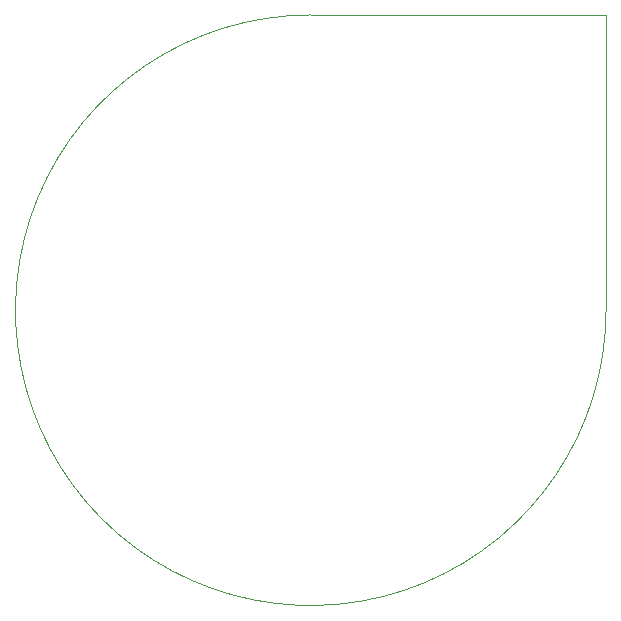
<source format=gbr>
%TF.GenerationSoftware,KiCad,Pcbnew,(6.0.7)*%
%TF.CreationDate,2022-12-29T13:17:21+01:00*%
%TF.ProjectId,badge,62616467-652e-46b6-9963-61645f706362,rev?*%
%TF.SameCoordinates,Original*%
%TF.FileFunction,Profile,NP*%
%FSLAX46Y46*%
G04 Gerber Fmt 4.6, Leading zero omitted, Abs format (unit mm)*
G04 Created by KiCad (PCBNEW (6.0.7)) date 2022-12-29 13:17:21*
%MOMM*%
%LPD*%
G01*
G04 APERTURE LIST*
%TA.AperFunction,Profile*%
%ADD10C,0.120000*%
%TD*%
G04 APERTURE END LIST*
D10*
%TO.C,B1*%
X24898936Y25115899D02*
X-101064Y25115899D01*
X24898936Y25115899D02*
X24898936Y115899D01*
X-101064Y25115899D02*
G75*
G03*
X24898936Y115899I0J-25000000D01*
G01*
%TD*%
M02*

</source>
